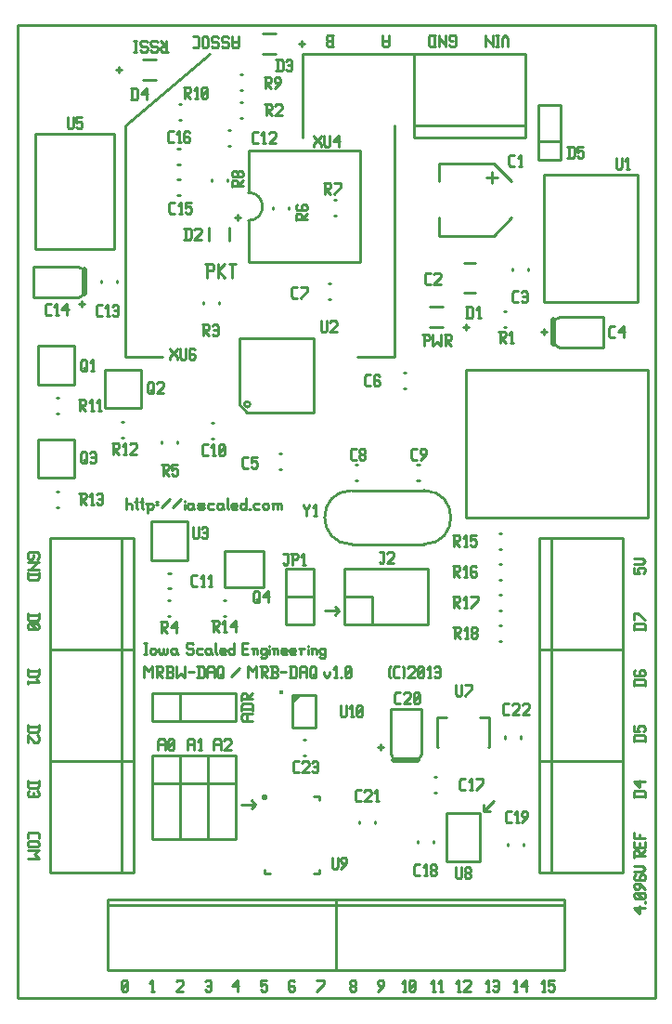
<source format=gbr>
G04 start of page 7 for group -4079 idx -4079 *
G04 Title: (unknown), topsilk *
G04 Creator: pcb 20110918 *
G04 CreationDate: Sat 02 Feb 2013 07:47:55 PM GMT UTC *
G04 For: petersen *
G04 Format: Gerber/RS-274X *
G04 PCB-Dimensions: 230000 350000 *
G04 PCB-Coordinate-Origin: lower left *
%MOIN*%
%FSLAX25Y25*%
%LNTOPSILK*%
%ADD116C,0.0200*%
%ADD115C,0.0100*%
%ADD114C,0.0001*%
G54D114*G36*
X94500Y111000D02*X96000D01*
Y109500D01*
X94500D01*
Y111000D01*
G37*
G54D115*X116000Y139500D02*X114500Y141000D01*
X116000Y139500D02*X111000D01*
X116000D02*X114500Y138000D01*
X229500Y349500D02*Y500D01*
X161500Y242405D02*Y240405D01*
X160500Y241405D02*X162500D01*
X189500Y240500D02*Y238500D01*
X188500Y239500D02*X190500D01*
X168064Y67696D02*Y69817D01*
X229500Y500D02*X500D01*
X86000Y70000D02*X84500Y71500D01*
X86000Y70000D02*X81000D01*
X86000D02*X84500Y68500D01*
X131000Y91500D02*Y89500D01*
X130000Y90500D02*X132000D01*
X168064Y67696D02*X170186D01*
X171600Y71232D02*X168064Y67696D01*
X101500Y343000D02*X103500D01*
X37000Y334500D02*Y332500D01*
X500Y349500D02*X229500D01*
X78500Y280500D02*X80500D01*
X102500Y344000D02*Y342000D01*
X36000Y333500D02*X38000D01*
X500Y500D02*Y349500D01*
X22500Y249500D02*X24500D01*
X79500Y281500D02*Y279500D01*
X23500Y250500D02*Y248500D01*
X39500Y180000D02*Y176000D01*
Y177500D02*X40000Y178000D01*
X41000D01*
X41500Y177500D01*
Y176000D01*
X43200Y180000D02*Y176500D01*
X43700Y176000D01*
X42700Y178500D02*X43700D01*
X45200Y180000D02*Y176500D01*
X45700Y176000D01*
X44700Y178500D02*X45700D01*
X47200Y177500D02*Y174500D01*
X46700Y178000D02*X47200Y177500D01*
X47700Y178000D01*
X48700D01*
X49200Y177500D01*
Y176500D01*
X48700Y176000D02*X49200Y176500D01*
X47700Y176000D02*X48700D01*
X47200Y176500D02*X47700Y176000D01*
X50400Y178500D02*X50900D01*
X50400Y177500D02*X50900D01*
X52100Y176500D02*X55100Y179500D01*
X56300Y176500D02*X59300Y179500D01*
X60500Y179000D02*Y178500D01*
Y177500D02*Y176000D01*
X63000Y178000D02*X63500Y177500D01*
X62000Y178000D02*X63000D01*
X61500Y177500D02*X62000Y178000D01*
X61500Y177500D02*Y176500D01*
X62000Y176000D01*
X63500Y178000D02*Y176500D01*
X64000Y176000D01*
X62000D02*X63000D01*
X63500Y176500D01*
X65700Y176000D02*X67200D01*
X67700Y176500D01*
X67200Y177000D02*X67700Y176500D01*
X65700Y177000D02*X67200D01*
X65200Y177500D02*X65700Y177000D01*
X65200Y177500D02*X65700Y178000D01*
X67200D01*
X67700Y177500D01*
X65200Y176500D02*X65700Y176000D01*
X69400Y178000D02*X70900D01*
X68900Y177500D02*X69400Y178000D01*
X68900Y177500D02*Y176500D01*
X69400Y176000D01*
X70900D01*
X73600Y178000D02*X74100Y177500D01*
X72600Y178000D02*X73600D01*
X72100Y177500D02*X72600Y178000D01*
X72100Y177500D02*Y176500D01*
X72600Y176000D01*
X74100Y178000D02*Y176500D01*
X74600Y176000D01*
X72600D02*X73600D01*
X74100Y176500D01*
X75800Y180000D02*Y176500D01*
X76300Y176000D01*
X77800D02*X79300D01*
X77300Y176500D02*X77800Y176000D01*
X77300Y177500D02*Y176500D01*
Y177500D02*X77800Y178000D01*
X78800D01*
X79300Y177500D01*
X77300Y177000D02*X79300D01*
Y177500D02*Y177000D01*
X82500Y180000D02*Y176000D01*
X82000D02*X82500Y176500D01*
X81000Y176000D02*X82000D01*
X80500Y176500D02*X81000Y176000D01*
X80500Y177500D02*Y176500D01*
Y177500D02*X81000Y178000D01*
X82000D01*
X82500Y177500D01*
X83700Y176000D02*X84200D01*
X85900Y178000D02*X87400D01*
X85400Y177500D02*X85900Y178000D01*
X85400Y177500D02*Y176500D01*
X85900Y176000D01*
X87400D01*
X88600Y177500D02*Y176500D01*
Y177500D02*X89100Y178000D01*
X90100D01*
X90600Y177500D01*
Y176500D01*
X90100Y176000D02*X90600Y176500D01*
X89100Y176000D02*X90100D01*
X88600Y176500D02*X89100Y176000D01*
X92300Y177500D02*Y176000D01*
Y177500D02*X92800Y178000D01*
X93300D01*
X93800Y177500D01*
Y176000D01*
Y177500D02*X94300Y178000D01*
X94800D01*
X95300Y177500D01*
Y176000D01*
X91800Y178000D02*X92300Y177500D01*
X221905Y155000D02*Y153000D01*
X223905D01*
X223405Y153500D01*
Y154500D02*Y153500D01*
Y154500D02*X223905Y155000D01*
X225405D01*
X225905Y154500D02*X225405Y155000D01*
X225905Y154500D02*Y153500D01*
X225405Y153000D02*X225905Y153500D01*
X221905Y156200D02*X224905D01*
X225905Y157200D01*
X224905Y158200D01*
X221905D02*X224905D01*
X68610Y263866D02*Y258986D01*
X68000Y263866D02*X70440D01*
X71050Y263256D01*
Y262036D01*
X70440Y261426D02*X71050Y262036D01*
X68610Y261426D02*X70440D01*
X72514Y263866D02*Y258986D01*
Y261426D02*X74954Y263866D01*
X72514Y261426D02*X74954Y258986D01*
X76418Y263866D02*X78858D01*
X77638D02*Y258986D01*
X146500Y238500D02*Y234500D01*
X146000Y238500D02*X148000D01*
X148500Y238000D01*
Y237000D01*
X148000Y236500D02*X148500Y237000D01*
X146500Y236500D02*X148000D01*
X149700Y238500D02*Y234500D01*
X151200Y236000D01*
X152700Y234500D01*
Y238500D02*Y234500D01*
X153900Y238500D02*X155900D01*
X156400Y238000D01*
Y237000D01*
X155900Y236500D02*X156400Y237000D01*
X154400Y236500D02*X155900D01*
X154400Y238500D02*Y234500D01*
Y236500D02*X156400Y234500D01*
X221905Y113000D02*X225905D01*
X221905Y114500D02*X222405Y115000D01*
X225405D01*
X225905Y114500D02*X225405Y115000D01*
X225905Y114500D02*Y112500D01*
X221905Y114500D02*Y112500D01*
Y117700D02*X222405Y118200D01*
X221905Y117700D02*Y116700D01*
X222405Y116200D02*X221905Y116700D01*
X222405Y116200D02*X225405D01*
X225905Y116700D01*
X223905Y117700D02*X224405Y118200D01*
X223905Y117700D02*Y116200D01*
X225905Y117700D02*Y116700D01*
Y117700D02*X225405Y118200D01*
X224405D02*X225405D01*
X221905Y93000D02*X225905D01*
X221905Y94500D02*X222405Y95000D01*
X225405D01*
X225905Y94500D02*X225405Y95000D01*
X225905Y94500D02*Y92500D01*
X221905Y94500D02*Y92500D01*
Y98200D02*Y96200D01*
X223905D01*
X223405Y96700D01*
Y97700D02*Y96700D01*
Y97700D02*X223905Y98200D01*
X225405D01*
X225905Y97700D02*X225405Y98200D01*
X225905Y97700D02*Y96700D01*
X225405Y96200D02*X225905Y96700D01*
X221905Y73000D02*X225905D01*
X221905Y74500D02*X222405Y75000D01*
X225405D01*
X225905Y74500D02*X225405Y75000D01*
X225905Y74500D02*Y72500D01*
X221905Y74500D02*Y72500D01*
X223905Y76200D02*X221905Y78200D01*
X223905Y78700D02*Y76200D01*
X221905Y78200D02*X225905D01*
X221905Y133000D02*X225905D01*
X221905Y134500D02*X222405Y135000D01*
X225405D01*
X225905Y134500D02*X225405Y135000D01*
X225905Y134500D02*Y132500D01*
X221905Y134500D02*Y132500D01*
X225905Y136200D02*X223405Y138700D01*
X221905D02*X223405D01*
X221905D02*Y136200D01*
X134000Y116000D02*X134500Y115500D01*
X134000Y119000D02*X134500Y119500D01*
X134000Y119000D02*Y116000D01*
X136200Y115500D02*X137700D01*
X135700Y116000D02*X136200Y115500D01*
X135700Y119000D02*Y116000D01*
Y119000D02*X136200Y119500D01*
X137700D01*
X138900D02*X139400Y119000D01*
Y116000D01*
X138900Y115500D02*X139400Y116000D01*
X140600Y119000D02*X141100Y119500D01*
X142600D01*
X143100Y119000D01*
Y118000D01*
X140600Y115500D02*X143100Y118000D01*
X140600Y115500D02*X143100D01*
X144300Y116000D02*X144800Y115500D01*
X144300Y119000D02*Y116000D01*
Y119000D02*X144800Y119500D01*
X145800D01*
X146300Y119000D01*
Y116000D01*
X145800Y115500D02*X146300Y116000D01*
X144800Y115500D02*X145800D01*
X144300Y116500D02*X146300Y118500D01*
X148000Y115500D02*X149000D01*
X148500Y119500D02*Y115500D01*
X147500Y118500D02*X148500Y119500D01*
X150200Y119000D02*X150700Y119500D01*
X151700D01*
X152200Y119000D01*
Y116000D01*
X151700Y115500D02*X152200Y116000D01*
X150700Y115500D02*X151700D01*
X150200Y116000D02*X150700Y115500D01*
Y117500D02*X152200D01*
X51000Y93000D02*Y89500D01*
Y93000D02*X51500Y93500D01*
X53000D01*
X53500Y93000D01*
Y89500D01*
X51000Y91500D02*X53500D01*
X54700Y90000D02*X55200Y89500D01*
X54700Y93000D02*Y90000D01*
Y93000D02*X55200Y93500D01*
X56200D01*
X56700Y93000D01*
Y90000D01*
X56200Y89500D02*X56700Y90000D01*
X55200Y89500D02*X56200D01*
X54700Y90500D02*X56700Y92500D01*
X61500Y93000D02*Y89500D01*
Y93000D02*X62000Y93500D01*
X63500D01*
X64000Y93000D01*
Y89500D01*
X61500Y91500D02*X64000D01*
X65700Y89500D02*X66700D01*
X66200Y93500D02*Y89500D01*
X65200Y92500D02*X66200Y93500D01*
X71000Y93000D02*Y89500D01*
Y93000D02*X71500Y93500D01*
X73000D01*
X73500Y93000D01*
Y89500D01*
X71000Y91500D02*X73500D01*
X74700Y93000D02*X75200Y93500D01*
X76700D01*
X77200Y93000D01*
Y92000D01*
X74700Y89500D02*X77200Y92000D01*
X74700Y89500D02*X77200D01*
X81500Y100000D02*X85000D01*
X81500D02*X81000Y100500D01*
Y102000D02*Y100500D01*
Y102000D02*X81500Y102500D01*
X85000D01*
X83000D02*Y100000D01*
X81000Y104200D02*X85000D01*
X81000Y105700D02*X81500Y106200D01*
X84500D01*
X85000Y105700D02*X84500Y106200D01*
X85000Y105700D02*Y103700D01*
X81000Y105700D02*Y103700D01*
Y109400D02*Y107400D01*
Y109400D02*X81500Y109900D01*
X82500D01*
X83000Y109400D02*X82500Y109900D01*
X83000Y109400D02*Y107900D01*
X81000D02*X85000D01*
X83000D02*X85000Y109900D01*
X80000Y345500D02*Y342000D01*
X79500Y341500D01*
X78000D02*X79500D01*
X78000D02*X77500Y342000D01*
Y345500D02*Y342000D01*
Y343500D02*X80000D01*
X74300Y341500D02*X73800Y342000D01*
X74300Y341500D02*X75800D01*
X76300Y342000D02*X75800Y341500D01*
X76300Y343000D02*Y342000D01*
Y343000D02*X75800Y343500D01*
X74300D02*X75800D01*
X74300D02*X73800Y344000D01*
Y345000D02*Y344000D01*
X74300Y345500D02*X73800Y345000D01*
X74300Y345500D02*X75800D01*
X76300Y345000D02*X75800Y345500D01*
X70600Y341500D02*X70100Y342000D01*
X70600Y341500D02*X72100D01*
X72600Y342000D02*X72100Y341500D01*
X72600Y343000D02*Y342000D01*
Y343000D02*X72100Y343500D01*
X70600D02*X72100D01*
X70600D02*X70100Y344000D01*
Y345000D02*Y344000D01*
X70600Y345500D02*X70100Y345000D01*
X70600Y345500D02*X72100D01*
X72600Y345000D02*X72100Y345500D01*
X68900Y345000D02*Y342000D01*
X68400Y341500D01*
X67400D02*X68400D01*
X67400D02*X66900Y342000D01*
Y345000D02*Y342000D01*
X67400Y345500D02*X66900Y345000D01*
X67400Y345500D02*X68400D01*
X68900Y345000D02*X68400Y345500D01*
X63700D02*X65200D01*
X65700Y345000D02*X65200Y345500D01*
X65700Y345000D02*Y342000D01*
X65200Y341500D01*
X63700D02*X65200D01*
X134000Y346000D02*Y342500D01*
X133500Y342000D01*
X132000D02*X133500D01*
X132000D02*X131500Y342500D01*
Y346000D02*Y342500D01*
Y344000D02*X134000D01*
X112000Y346000D02*X114000D01*
X112000D02*X111500Y345500D01*
Y344500D01*
X112000Y344000D02*X111500Y344500D01*
X112000Y344000D02*X113500D01*
Y346000D02*Y342000D01*
X112000D02*X114000D01*
X112000D02*X111500Y342500D01*
Y343500D02*Y342500D01*
X112000Y344000D02*X111500Y343500D01*
X176500Y345000D02*Y342000D01*
Y345000D02*X175500Y346000D01*
X174500Y345000D01*
Y342000D01*
X172300D02*X173300D01*
X172800Y346000D02*Y342000D01*
X172300Y346000D02*X173300D01*
X171100D02*Y342000D01*
Y342500D02*Y342000D01*
Y342500D02*X168600Y345000D01*
Y346000D02*Y342000D01*
X156000D02*X155500Y342500D01*
X156000Y342000D02*X157500D01*
X158000Y342500D02*X157500Y342000D01*
X158000Y345500D02*Y342500D01*
Y345500D02*X157500Y346000D01*
X156000D02*X157500D01*
X156000D02*X155500Y345500D01*
Y344500D01*
X156000Y344000D02*X155500Y344500D01*
X156000Y344000D02*X157000D01*
X154300Y346000D02*Y342000D01*
Y342500D02*Y342000D01*
Y342500D02*X151800Y345000D01*
Y346000D02*Y342000D01*
X150100Y346000D02*Y342000D01*
X148600D02*X148100Y342500D01*
Y345500D02*Y342500D01*
X148600Y346000D02*X148100Y345500D01*
X148600Y346000D02*X150600D01*
X148600Y342000D02*X150600D01*
X52500Y340000D02*X54500D01*
X52500D02*X52000Y340500D01*
Y341500D02*Y340500D01*
X52500Y342000D02*X52000Y341500D01*
X52500Y342000D02*X54000D01*
Y344000D02*Y340000D01*
Y342000D02*X52000Y344000D01*
X48800Y340000D02*X48300Y340500D01*
X48800Y340000D02*X50300D01*
X50800Y340500D02*X50300Y340000D01*
X50800Y341500D02*Y340500D01*
Y341500D02*X50300Y342000D01*
X48800D02*X50300D01*
X48800D02*X48300Y342500D01*
Y343500D02*Y342500D01*
X48800Y344000D02*X48300Y343500D01*
X48800Y344000D02*X50300D01*
X50800Y343500D02*X50300Y344000D01*
X45100Y340000D02*X44600Y340500D01*
X45100Y340000D02*X46600D01*
X47100Y340500D02*X46600Y340000D01*
X47100Y341500D02*Y340500D01*
Y341500D02*X46600Y342000D01*
X45100D02*X46600D01*
X45100D02*X44600Y342500D01*
Y343500D02*Y342500D01*
X45100Y344000D02*X44600Y343500D01*
X45100Y344000D02*X46600D01*
X47100Y343500D02*X46600Y344000D01*
X42400Y340000D02*X43400D01*
X42900Y344000D02*Y340000D01*
X42400Y344000D02*X43400D01*
X46000Y128000D02*X47000D01*
X46500D02*Y124000D01*
X46000D02*X47000D01*
X48200Y125500D02*Y124500D01*
Y125500D02*X48700Y126000D01*
X49700D01*
X50200Y125500D01*
Y124500D01*
X49700Y124000D02*X50200Y124500D01*
X48700Y124000D02*X49700D01*
X48200Y124500D02*X48700Y124000D01*
X51400Y126000D02*Y124500D01*
X51900Y124000D01*
X52400D01*
X52900Y124500D01*
Y126000D02*Y124500D01*
X53400Y124000D01*
X53900D01*
X54400Y124500D01*
Y126000D02*Y124500D01*
X57100Y126000D02*X57600Y125500D01*
X56100Y126000D02*X57100D01*
X55600Y125500D02*X56100Y126000D01*
X55600Y125500D02*Y124500D01*
X56100Y124000D01*
X57600Y126000D02*Y124500D01*
X58100Y124000D01*
X56100D02*X57100D01*
X57600Y124500D01*
X63100Y128000D02*X63600Y127500D01*
X61600Y128000D02*X63100D01*
X61100Y127500D02*X61600Y128000D01*
X61100Y127500D02*Y126500D01*
X61600Y126000D01*
X63100D01*
X63600Y125500D01*
Y124500D01*
X63100Y124000D02*X63600Y124500D01*
X61600Y124000D02*X63100D01*
X61100Y124500D02*X61600Y124000D01*
X65300Y126000D02*X66800D01*
X64800Y125500D02*X65300Y126000D01*
X64800Y125500D02*Y124500D01*
X65300Y124000D01*
X66800D01*
X69500Y126000D02*X70000Y125500D01*
X68500Y126000D02*X69500D01*
X68000Y125500D02*X68500Y126000D01*
X68000Y125500D02*Y124500D01*
X68500Y124000D01*
X70000Y126000D02*Y124500D01*
X70500Y124000D01*
X68500D02*X69500D01*
X70000Y124500D01*
X71700Y128000D02*Y124500D01*
X72200Y124000D01*
X73700D02*X75200D01*
X73200Y124500D02*X73700Y124000D01*
X73200Y125500D02*Y124500D01*
Y125500D02*X73700Y126000D01*
X74700D01*
X75200Y125500D01*
X73200Y125000D02*X75200D01*
Y125500D02*Y125000D01*
X78400Y128000D02*Y124000D01*
X77900D02*X78400Y124500D01*
X76900Y124000D02*X77900D01*
X76400Y124500D02*X76900Y124000D01*
X76400Y125500D02*Y124500D01*
Y125500D02*X76900Y126000D01*
X77900D01*
X78400Y125500D01*
X81400Y126000D02*X82900D01*
X81400Y124000D02*X83400D01*
X81400Y128000D02*Y124000D01*
Y128000D02*X83400D01*
X85100Y125500D02*Y124000D01*
Y125500D02*X85600Y126000D01*
X86100D01*
X86600Y125500D01*
Y124000D01*
X84600Y126000D02*X85100Y125500D01*
X89300Y126000D02*X89800Y125500D01*
X88300Y126000D02*X89300D01*
X87800Y125500D02*X88300Y126000D01*
X87800Y125500D02*Y124500D01*
X88300Y124000D01*
X89300D01*
X89800Y124500D01*
X87800Y123000D02*X88300Y122500D01*
X89300D01*
X89800Y123000D01*
Y126000D02*Y123000D01*
X91000Y127000D02*Y126500D01*
Y125500D02*Y124000D01*
X92500Y125500D02*Y124000D01*
Y125500D02*X93000Y126000D01*
X93500D01*
X94000Y125500D01*
Y124000D01*
X92000Y126000D02*X92500Y125500D01*
X95700Y124000D02*X97200D01*
X95200Y124500D02*X95700Y124000D01*
X95200Y125500D02*Y124500D01*
Y125500D02*X95700Y126000D01*
X96700D01*
X97200Y125500D01*
X95200Y125000D02*X97200D01*
Y125500D02*Y125000D01*
X98900Y124000D02*X100400D01*
X98400Y124500D02*X98900Y124000D01*
X98400Y125500D02*Y124500D01*
Y125500D02*X98900Y126000D01*
X99900D01*
X100400Y125500D01*
X98400Y125000D02*X100400D01*
Y125500D02*Y125000D01*
X102100Y125500D02*Y124000D01*
Y125500D02*X102600Y126000D01*
X103600D01*
X101600D02*X102100Y125500D01*
X104800Y127000D02*Y126500D01*
Y125500D02*Y124000D01*
X106300Y125500D02*Y124000D01*
Y125500D02*X106800Y126000D01*
X107300D01*
X107800Y125500D01*
Y124000D01*
X105800Y126000D02*X106300Y125500D01*
X110500Y126000D02*X111000Y125500D01*
X109500Y126000D02*X110500D01*
X109000Y125500D02*X109500Y126000D01*
X109000Y125500D02*Y124500D01*
X109500Y124000D01*
X110500D01*
X111000Y124500D01*
X109000Y123000D02*X109500Y122500D01*
X110500D01*
X111000Y123000D01*
Y126000D02*Y123000D01*
X46000Y119500D02*Y115500D01*
Y119500D02*X47500Y118000D01*
X49000Y119500D01*
Y115500D01*
X50200Y119500D02*X52200D01*
X52700Y119000D01*
Y118000D01*
X52200Y117500D02*X52700Y118000D01*
X50700Y117500D02*X52200D01*
X50700Y119500D02*Y115500D01*
Y117500D02*X52700Y115500D01*
X53900D02*X55900D01*
X56400Y116000D01*
Y117000D02*Y116000D01*
X55900Y117500D02*X56400Y117000D01*
X54400Y117500D02*X55900D01*
X54400Y119500D02*Y115500D01*
X53900Y119500D02*X55900D01*
X56400Y119000D01*
Y118000D01*
X55900Y117500D02*X56400Y118000D01*
X57600Y119500D02*Y115500D01*
X59100Y117000D01*
X60600Y115500D01*
Y119500D02*Y115500D01*
X61800Y117500D02*X63800D01*
X65500Y119500D02*Y115500D01*
X67000Y119500D02*X67500Y119000D01*
Y116000D01*
X67000Y115500D02*X67500Y116000D01*
X65000Y115500D02*X67000D01*
X65000Y119500D02*X67000D01*
X68700Y119000D02*Y115500D01*
Y119000D02*X69200Y119500D01*
X70700D01*
X71200Y119000D01*
Y115500D01*
X68700Y117500D02*X71200D01*
X72400Y119000D02*Y116000D01*
Y119000D02*X72900Y119500D01*
X73900D01*
X74400Y119000D01*
Y116000D01*
X73900Y115500D02*X74400Y116000D01*
X72900Y115500D02*X73900D01*
X72400Y116000D02*X72900Y115500D01*
X73400Y116500D02*X74400Y115500D01*
X77400Y116000D02*X80400Y119000D01*
X83400Y119500D02*Y115500D01*
Y119500D02*X84900Y118000D01*
X86400Y119500D01*
Y115500D01*
X87600Y119500D02*X89600D01*
X90100Y119000D01*
Y118000D01*
X89600Y117500D02*X90100Y118000D01*
X88100Y117500D02*X89600D01*
X88100Y119500D02*Y115500D01*
Y117500D02*X90100Y115500D01*
X91300D02*X93300D01*
X93800Y116000D01*
Y117000D02*Y116000D01*
X93300Y117500D02*X93800Y117000D01*
X91800Y117500D02*X93300D01*
X91800Y119500D02*Y115500D01*
X91300Y119500D02*X93300D01*
X93800Y119000D01*
Y118000D01*
X93300Y117500D02*X93800Y118000D01*
X95000Y117500D02*X97000D01*
X98700Y119500D02*Y115500D01*
X100200Y119500D02*X100700Y119000D01*
Y116000D01*
X100200Y115500D02*X100700Y116000D01*
X98200Y115500D02*X100200D01*
X98200Y119500D02*X100200D01*
X101900Y119000D02*Y115500D01*
Y119000D02*X102400Y119500D01*
X103900D01*
X104400Y119000D01*
Y115500D01*
X101900Y117500D02*X104400D01*
X105600Y119000D02*Y116000D01*
Y119000D02*X106100Y119500D01*
X107100D01*
X107600Y119000D01*
Y116000D01*
X107100Y115500D02*X107600Y116000D01*
X106100Y115500D02*X107100D01*
X105600Y116000D02*X106100Y115500D01*
X106600Y116500D02*X107600Y115500D01*
X110600Y117500D02*Y116500D01*
X111600Y115500D01*
X112600Y116500D01*
Y117500D02*Y116500D01*
X114300Y115500D02*X115300D01*
X114800Y119500D02*Y115500D01*
X113800Y118500D02*X114800Y119500D01*
X116500Y115500D02*X117000D01*
X118200Y116000D02*X118700Y115500D01*
X118200Y119000D02*Y116000D01*
Y119000D02*X118700Y119500D01*
X119700D01*
X120200Y119000D01*
Y116000D01*
X119700Y115500D02*X120200Y116000D01*
X118700Y115500D02*X119700D01*
X118200Y116500D02*X120200Y118500D01*
X8095Y158500D02*X7595Y158000D01*
X8095Y160000D02*Y158500D01*
X7595Y160500D02*X8095Y160000D01*
X4595Y160500D02*X7595D01*
X4595D02*X4095Y160000D01*
Y158500D01*
X4595Y158000D01*
X5595D01*
X6095Y158500D02*X5595Y158000D01*
X6095Y159500D02*Y158500D01*
X4095Y156800D02*X8095D01*
X7595D02*X8095D01*
X7595D02*X5095Y154300D01*
X4095D02*X8095D01*
X4095Y152600D02*X8095D01*
Y151100D02*X7595Y150600D01*
X4595D02*X7595D01*
X4095Y151100D02*X4595Y150600D01*
X4095Y153100D02*Y151100D01*
X8095Y153100D02*Y151100D01*
X4095Y138000D02*X8095D01*
Y136500D02*X7595Y136000D01*
X4595D02*X7595D01*
X4095Y136500D02*X4595Y136000D01*
X4095Y138500D02*Y136500D01*
X8095Y138500D02*Y136500D01*
X4595Y134800D02*X4095Y134300D01*
X4595Y134800D02*X7595D01*
X8095Y134300D01*
Y133300D01*
X7595Y132800D01*
X4595D02*X7595D01*
X4095Y133300D02*X4595Y132800D01*
X4095Y134300D02*Y133300D01*
X5095Y134800D02*X7095Y132800D01*
X4095Y78000D02*X8095D01*
Y76500D02*X7595Y76000D01*
X4595D02*X7595D01*
X4095Y76500D02*X4595Y76000D01*
X4095Y78500D02*Y76500D01*
X8095Y78500D02*Y76500D01*
X7595Y74800D02*X8095Y74300D01*
Y73300D01*
X7595Y72800D01*
X4595D02*X7595D01*
X4095Y73300D02*X4595Y72800D01*
X4095Y74300D02*Y73300D01*
X4595Y74800D02*X4095Y74300D01*
X6095D02*Y72800D01*
X4095Y98000D02*X8095D01*
Y96500D02*X7595Y96000D01*
X4595D02*X7595D01*
X4095Y96500D02*X4595Y96000D01*
X4095Y98500D02*Y96500D01*
X8095Y98500D02*Y96500D01*
X7595Y94800D02*X8095Y94300D01*
Y92800D01*
X7595Y92300D01*
X6595D02*X7595D01*
X4095Y94800D02*X6595Y92300D01*
X4095Y94800D02*Y92300D01*
Y118000D02*X8095D01*
Y116500D02*X7595Y116000D01*
X4595D02*X7595D01*
X4095Y116500D02*X4595Y116000D01*
X4095Y118500D02*Y116500D01*
X8095Y118500D02*Y116500D01*
X4095Y114300D02*Y113300D01*
Y113800D02*X8095D01*
X7095Y114800D02*X8095Y113800D01*
X4095Y59500D02*Y58000D01*
X4595Y60000D02*X4095Y59500D01*
X4595Y60000D02*X7595D01*
X8095Y59500D01*
Y58000D01*
X4595Y56800D02*X7595D01*
X8095Y56300D01*
Y55300D01*
X7595Y54800D01*
X4595D02*X7595D01*
X4095Y55300D02*X4595Y54800D01*
X4095Y56300D02*Y55300D01*
X4595Y56800D02*X4095Y56300D01*
Y53600D02*X8095D01*
X6595Y52100D01*
X8095Y50600D01*
X4095D02*X8095D01*
X38000Y3500D02*X38500Y3000D01*
X38000Y6500D02*Y3500D01*
Y6500D02*X38500Y7000D01*
X39500D01*
X40000Y6500D01*
Y3500D01*
X39500Y3000D02*X40000Y3500D01*
X38500Y3000D02*X39500D01*
X38000Y4000D02*X40000Y6000D01*
X48500Y3000D02*X49500D01*
X49000Y7000D02*Y3000D01*
X48000Y6000D02*X49000Y7000D01*
X57500Y6500D02*X58000Y7000D01*
X59500D01*
X60000Y6500D01*
Y5500D01*
X57500Y3000D02*X60000Y5500D01*
X57500Y3000D02*X60000D01*
X68000Y6500D02*X68500Y7000D01*
X69500D01*
X70000Y6500D01*
Y3500D01*
X69500Y3000D02*X70000Y3500D01*
X68500Y3000D02*X69500D01*
X68000Y3500D02*X68500Y3000D01*
Y5000D02*X70000D01*
X77500D02*X79500Y7000D01*
X77500Y5000D02*X80000D01*
X79500Y7000D02*Y3000D01*
X88000Y7000D02*X90000D01*
X88000D02*Y5000D01*
X88500Y5500D01*
X89500D01*
X90000Y5000D01*
Y3500D01*
X89500Y3000D02*X90000Y3500D01*
X88500Y3000D02*X89500D01*
X88000Y3500D02*X88500Y3000D01*
X99500Y7000D02*X100000Y6500D01*
X98500Y7000D02*X99500D01*
X98000Y6500D02*X98500Y7000D01*
X98000Y6500D02*Y3500D01*
X98500Y3000D01*
X99500Y5000D02*X100000Y4500D01*
X98000Y5000D02*X99500D01*
X98500Y3000D02*X99500D01*
X100000Y3500D01*
Y4500D02*Y3500D01*
X108000Y3000D02*X110500Y5500D01*
Y7000D02*Y5500D01*
X108000Y7000D02*X110500D01*
X120000Y3500D02*X120500Y3000D01*
X120000Y4500D02*Y3500D01*
Y4500D02*X120500Y5000D01*
X121500D01*
X122000Y4500D01*
Y3500D01*
X121500Y3000D02*X122000Y3500D01*
X120500Y3000D02*X121500D01*
X120000Y5500D02*X120500Y5000D01*
X120000Y6500D02*Y5500D01*
Y6500D02*X120500Y7000D01*
X121500D01*
X122000Y6500D01*
Y5500D01*
X121500Y5000D02*X122000Y5500D01*
X130000Y3000D02*X132000Y5000D01*
Y6500D02*Y5000D01*
X131500Y7000D02*X132000Y6500D01*
X130500Y7000D02*X131500D01*
X130000Y6500D02*X130500Y7000D01*
X130000Y6500D02*Y5500D01*
X130500Y5000D01*
X132000D01*
X139000Y3000D02*X140000D01*
X139500Y7000D02*Y3000D01*
X138500Y6000D02*X139500Y7000D01*
X141200Y3500D02*X141700Y3000D01*
X141200Y6500D02*Y3500D01*
Y6500D02*X141700Y7000D01*
X142700D01*
X143200Y6500D01*
Y3500D01*
X142700Y3000D02*X143200Y3500D01*
X141700Y3000D02*X142700D01*
X141200Y4000D02*X143200Y6000D01*
X149500Y3000D02*X150500D01*
X150000Y7000D02*Y3000D01*
X149000Y6000D02*X150000Y7000D01*
X152200Y3000D02*X153200D01*
X152700Y7000D02*Y3000D01*
X151700Y6000D02*X152700Y7000D01*
X158500Y3000D02*X159500D01*
X159000Y7000D02*Y3000D01*
X158000Y6000D02*X159000Y7000D01*
X160700Y6500D02*X161200Y7000D01*
X162700D01*
X163200Y6500D01*
Y5500D01*
X160700Y3000D02*X163200Y5500D01*
X160700Y3000D02*X163200D01*
X169000D02*X170000D01*
X169500Y7000D02*Y3000D01*
X168500Y6000D02*X169500Y7000D01*
X171200Y6500D02*X171700Y7000D01*
X172700D01*
X173200Y6500D01*
Y3500D01*
X172700Y3000D02*X173200Y3500D01*
X171700Y3000D02*X172700D01*
X171200Y3500D02*X171700Y3000D01*
Y5000D02*X173200D01*
X179000Y3000D02*X180000D01*
X179500Y7000D02*Y3000D01*
X178500Y6000D02*X179500Y7000D01*
X181200Y5000D02*X183200Y7000D01*
X181200Y5000D02*X183700D01*
X183200Y7000D02*Y3000D01*
X189000D02*X190000D01*
X189500Y7000D02*Y3000D01*
X188500Y6000D02*X189500Y7000D01*
X191200D02*X193200D01*
X191200D02*Y5000D01*
X191700Y5500D01*
X192700D01*
X193200Y5000D01*
Y3500D01*
X192700Y3000D02*X193200Y3500D01*
X191700Y3000D02*X192700D01*
X191200Y3500D02*X191700Y3000D01*
X224000Y31000D02*X222000Y33000D01*
X224000Y33500D02*Y31000D01*
X222000Y33000D02*X226000D01*
Y35200D02*Y34700D01*
X225500Y36400D02*X226000Y36900D01*
X222500Y36400D02*X225500D01*
X222500D02*X222000Y36900D01*
Y37900D02*Y36900D01*
Y37900D02*X222500Y38400D01*
X225500D01*
X226000Y37900D02*X225500Y38400D01*
X226000Y37900D02*Y36900D01*
X225000Y36400D02*X223000Y38400D01*
X226000Y39600D02*X224000Y41600D01*
X222500D02*X224000D01*
X222000Y41100D02*X222500Y41600D01*
X222000Y41100D02*Y40100D01*
X222500Y39600D02*X222000Y40100D01*
X222500Y39600D02*X223500D01*
X224000Y40100D01*
Y41600D02*Y40100D01*
X222000Y44300D02*X222500Y44800D01*
X222000Y44300D02*Y43300D01*
X222500Y42800D02*X222000Y43300D01*
X222500Y42800D02*X225500D01*
X226000Y43300D01*
X224000Y44300D02*X224500Y44800D01*
X224000Y44300D02*Y42800D01*
X226000Y44300D02*Y43300D01*
Y44300D02*X225500Y44800D01*
X224500D02*X225500D01*
X222000Y46000D02*X225000D01*
X226000Y47000D01*
X225000Y48000D01*
X222000D02*X225000D01*
X221905Y53000D02*Y51000D01*
Y53000D02*X222405Y53500D01*
X223405D01*
X223905Y53000D02*X223405Y53500D01*
X223905Y53000D02*Y51500D01*
X221905D02*X225905D01*
X223905D02*X225905Y53500D01*
X223905Y56200D02*Y54700D01*
X225905Y56700D02*Y54700D01*
X221905D02*X225905D01*
X221905Y56700D02*Y54700D01*
Y57900D02*X225905D01*
X221905Y59900D02*Y57900D01*
X223905Y59400D02*Y57900D01*
X217800Y85500D02*Y45500D01*
X187800Y85500D02*Y45500D01*
X192200Y85500D02*Y45500D01*
X187800D02*X217800D01*
X187800Y85500D02*X217800D01*
Y125500D02*Y85500D01*
X187800Y125500D02*Y85500D01*
X192200Y125500D02*Y85500D01*
X187800D02*X217800D01*
X187800Y125500D02*X217800D01*
Y165500D02*Y125500D01*
X187800Y165500D02*Y125500D01*
X192200Y165500D02*Y125500D01*
X187800D02*X217800D01*
X187800Y165500D02*X217800D01*
X173607Y167255D02*X174393D01*
X173607Y161745D02*X174393D01*
X173564Y134255D02*X174350D01*
X173564Y128745D02*X174350D01*
X173607Y156255D02*X174393D01*
X173607Y150745D02*X174393D01*
X173607Y145255D02*X174393D01*
X173607Y139745D02*X174393D01*
X12200Y85500D02*Y45500D01*
X42200Y85500D02*Y45500D01*
X37800Y85500D02*Y45500D01*
X12200Y85500D02*X42200D01*
X12200Y45500D02*X42200D01*
X12200Y125500D02*Y85500D01*
X42200Y125500D02*Y85500D01*
X37800Y125500D02*Y85500D01*
X12200Y125500D02*X42200D01*
X12200Y85500D02*X42200D01*
X12200Y165500D02*Y125500D01*
X42200Y165500D02*Y125500D01*
X37800Y165500D02*Y125500D01*
X12200Y165500D02*X42200D01*
X12200Y125500D02*X42200D01*
X33000Y36000D02*Y10500D01*
X115000Y36000D02*Y10500D01*
X33000Y36000D02*X115000D01*
X33000Y34000D02*X115000D01*
X33000Y10500D02*X115000D01*
X89157Y45220D02*X91157D01*
X89157Y46420D02*Y45220D01*
X106843D02*X108843D01*
Y46420D02*Y45220D01*
X106843Y72780D02*X108843D01*
Y71580D01*
X89673Y73264D02*Y72264D01*
X88673D02*X89673D01*
X88673Y73264D02*Y72264D01*
Y73264D02*X89673D01*
X103107Y87745D02*X103893D01*
X103107Y93255D02*X103893D01*
X99292Y97595D02*Y109405D01*
X107708D01*
Y97595D01*
X99292D01*
Y108905D02*X99792Y109405D01*
X99292Y107905D02*X100792Y109405D01*
X99292Y106905D02*X101792Y109405D01*
X49000Y87500D02*Y57500D01*
X59000D01*
Y87500D01*
X49000D01*
Y77500D02*X59000D01*
Y87500D01*
Y57500D01*
X69000D01*
Y87500D01*
X59000D01*
Y77500D02*X69000D01*
Y87500D01*
Y57500D01*
X79000D01*
Y87500D01*
X69000D01*
Y77500D02*X79000D01*
Y87500D01*
X49000Y100000D02*X79000D01*
Y110000D02*Y100000D01*
X49000Y110000D02*X79000D01*
X49000D02*Y100000D01*
X59000Y110000D02*Y100000D01*
X49000Y110000D02*X59000D01*
X118000Y134500D02*X148000D01*
Y154500D02*Y134500D01*
X118000Y154500D02*X148000D01*
X118000D02*Y134500D01*
X128000Y144500D02*Y134500D01*
X118000Y144500D02*X128000D01*
X121958Y191755D02*X122744D01*
X121958Y186245D02*X122744D01*
X144001D02*X144787D01*
X144001Y191755D02*X144787D01*
X115000Y36000D02*Y10500D01*
X197000Y36000D02*Y10500D01*
X115000Y36000D02*X197000D01*
X115000Y34000D02*X197000D01*
X115000Y10500D02*X197000D01*
X175745Y94436D02*Y93650D01*
X181255Y94436D02*Y93650D01*
X176745Y55893D02*Y55107D01*
X182255Y55893D02*Y55107D01*
X151250Y101145D02*Y90515D01*
X169750Y101145D02*Y90515D01*
X151250Y101145D02*X154500D01*
X169750D02*X166500D01*
X151250Y90515D02*X151429D01*
X169571D02*X169750D01*
G54D116*X135700Y85900D02*X144300D01*
G54D115*X145500Y88300D01*
Y104100D02*Y88300D01*
X134500Y104100D02*X145500D01*
X134500D02*Y88300D01*
X135700Y85900D01*
X150107Y79755D02*X150893D01*
X150107Y74245D02*X150893D01*
X123245Y63893D02*Y63107D01*
X128755Y63893D02*Y63107D01*
X154500Y66758D02*Y49558D01*
Y66758D02*X166500D01*
Y49558D01*
X154500D02*X166500D01*
X144245Y56893D02*Y56107D01*
X149755Y56893D02*Y56107D01*
X107000Y144500D02*Y154500D01*
X97000Y144500D02*X107000D01*
Y154500D02*X97000D01*
X107000Y134500D02*Y154500D01*
X97000Y134500D02*X107000D01*
X97000Y154500D02*Y134500D01*
X75000Y148000D02*X88900D01*
Y160800D02*Y148000D01*
X75000Y160800D02*X88900D01*
X75000D02*Y148000D01*
X54607Y143255D02*X55393D01*
X54607Y137745D02*X55393D01*
X54707Y152955D02*X55493D01*
X54707Y147445D02*X55493D01*
X74607Y137745D02*X75393D01*
X74607Y143255D02*X75393D01*
X48700Y171500D02*Y157600D01*
X61500D01*
Y171500D01*
X48700D01*
X120508Y163354D02*X146492D01*
X120508Y182646D02*X146492D01*
X120508D02*G75*G03X120508Y163354I0J-9646D01*G01*
X146492D02*G75*G03X146492Y182646I0J9646D01*G01*
X14607Y176745D02*X15393D01*
X14607Y182255D02*X15393D01*
X8000Y201000D02*Y187100D01*
X20800D01*
Y201000D01*
X8000D01*
X80121Y237379D02*Y213521D01*
Y237379D02*X106879D01*
Y210621D01*
X83021D02*X106879D01*
X83021D02*X80121Y213521D01*
X83021Y212521D02*G75*G03X83021Y212521I0J1000D01*G01*
X94607Y190245D02*X95393D01*
X94607Y195755D02*X95393D01*
X57755Y200393D02*Y199607D01*
X52245Y200393D02*Y199607D01*
X70107Y206755D02*X70893D01*
X70107Y201245D02*X70893D01*
X37907Y201745D02*X38693D01*
X37907Y207255D02*X38693D01*
X32000Y226000D02*Y212100D01*
X44800D01*
Y226000D01*
X32000D01*
X139107Y219245D02*X139893D01*
X139107Y224755D02*X139893D01*
X14607Y215755D02*X15393D01*
X14607Y210245D02*X15393D01*
X8000Y234500D02*Y220600D01*
X20800D01*
Y234500D01*
X8000D01*
G54D116*X24600Y261800D02*Y253200D01*
G54D115*Y261800D02*X22200Y263000D01*
X6400D02*X22200D01*
X6400D02*Y252000D01*
X22200D01*
X24600Y253200D01*
X36255Y257893D02*Y257107D01*
X30745Y257893D02*Y257107D01*
X6800Y310500D02*Y269100D01*
X35300D01*
Y310500D01*
X6800D01*
X58607Y321255D02*X59393D01*
X58607Y315745D02*X59393D01*
X39386Y313457D02*Y230465D01*
X136000Y313457D02*Y230465D01*
X39386D02*X52693D01*
X122693D02*X136000D01*
X39386Y313457D02*X69583Y339166D01*
X83500Y264500D02*X123500D01*
Y304500D02*Y264500D01*
X83500Y304500D02*X123500D01*
X83500Y279500D02*Y264500D01*
Y304500D02*Y289500D01*
Y279500D02*G75*G03X83500Y289500I0J5000D01*G01*
X92245Y284350D02*Y283564D01*
X97755Y284350D02*Y283564D01*
X76740Y276862D02*Y272138D01*
X69260Y276862D02*Y272138D01*
X58064Y299745D02*X58850D01*
X58064Y305255D02*X58850D01*
X80607Y331755D02*X81393D01*
X80607Y326245D02*X81393D01*
X80607Y316245D02*X81393D01*
X80607Y321755D02*X81393D01*
X45638Y337240D02*X50362D01*
X45638Y329760D02*X50362D01*
X76107Y306245D02*X76893D01*
X76107Y311755D02*X76893D01*
X67288Y250393D02*Y249607D01*
X72798Y250393D02*Y249607D01*
X88638Y339260D02*X93362D01*
X88638Y346740D02*X93362D01*
X70245Y294393D02*Y293607D01*
X75755Y294393D02*Y293607D01*
X58064Y288745D02*X58850D01*
X58064Y294255D02*X58850D01*
X112107Y256755D02*X112893D01*
X112107Y251245D02*X112893D01*
X161032Y253686D02*X164968D01*
X161032Y264314D02*X164968D01*
X178245Y262393D02*Y261607D01*
X183755Y262393D02*Y261607D01*
X148638Y248740D02*X153362D01*
X148638Y241260D02*X153362D01*
X103000Y339300D02*Y309300D01*
X143000Y339300D02*Y309300D01*
X103000Y339300D02*X143000D01*
X114107Y286755D02*X114893D01*
X114107Y281245D02*X114893D01*
X143000Y339300D02*X183000D01*
X143000Y309300D02*X183000D01*
X143000Y313700D02*X183000D01*
Y339300D02*Y309300D01*
X143000Y339300D02*Y309300D01*
X152008Y299992D02*Y293496D01*
Y280504D02*Y274008D01*
X171496D01*
X152008Y299992D02*X171496D01*
Y274008D02*X177992Y280504D01*
X171496Y299992D02*X177992Y293496D01*
X171000Y297000D02*Y293000D01*
X169000Y295000D02*X173000D01*
X175107Y246755D02*X175893D01*
X175107Y241245D02*X175893D01*
X161500Y226000D02*X227000D01*
X161500Y173000D02*X227000D01*
X161500Y226000D02*Y173000D01*
X227000Y226000D02*Y173000D01*
G54D116*X192805Y243800D02*Y235200D01*
G54D115*X195205Y234000D01*
X211005D01*
Y245000D01*
X195205D01*
X192805Y243800D01*
X189626Y295835D02*Y250165D01*
X223090Y295835D02*Y250165D01*
X189626Y295835D02*X223090D01*
X189626Y250165D02*X223090D01*
X195500Y320900D02*Y301200D01*
X187500Y320900D02*Y301200D01*
X195500D01*
X187500Y320900D02*X195500D01*
X187500Y308000D02*X195500D01*
X213500Y237505D02*X215000D01*
X213000Y238005D02*X213500Y237505D01*
X213000Y241005D02*Y238005D01*
Y241005D02*X213500Y241505D01*
X215000D01*
X216200Y239505D02*X218200Y241505D01*
X216200Y239505D02*X218700D01*
X218200Y241505D02*Y237505D01*
X215500Y302000D02*Y298500D01*
X216000Y298000D01*
X217000D01*
X217500Y298500D01*
Y302000D02*Y298500D01*
X219200Y298000D02*X220200D01*
X219700Y302000D02*Y298000D01*
X218700Y301000D02*X219700Y302000D01*
X156850Y155650D02*X158850D01*
X159350Y155150D01*
Y154150D01*
X158850Y153650D02*X159350Y154150D01*
X157350Y153650D02*X158850D01*
X157350Y155650D02*Y151650D01*
Y153650D02*X159350Y151650D01*
X161050D02*X162050D01*
X161550Y155650D02*Y151650D01*
X160550Y154650D02*X161550Y155650D01*
X164750D02*X165250Y155150D01*
X163750Y155650D02*X164750D01*
X163250Y155150D02*X163750Y155650D01*
X163250Y155150D02*Y152150D01*
X163750Y151650D01*
X164750Y153650D02*X165250Y153150D01*
X163250Y153650D02*X164750D01*
X163750Y151650D02*X164750D01*
X165250Y152150D01*
Y153150D02*Y152150D01*
X158000Y47500D02*Y44000D01*
X158500Y43500D01*
X159500D01*
X160000Y44000D01*
Y47500D02*Y44000D01*
X161200D02*X161700Y43500D01*
X161200Y45000D02*Y44000D01*
Y45000D02*X161700Y45500D01*
X162700D01*
X163200Y45000D01*
Y44000D01*
X162700Y43500D02*X163200Y44000D01*
X161700Y43500D02*X162700D01*
X161200Y46000D02*X161700Y45500D01*
X161200Y47000D02*Y46000D01*
Y47000D02*X161700Y47500D01*
X162700D01*
X163200Y47000D01*
Y46000D01*
X162700Y45500D02*X163200Y46000D01*
X143500Y44500D02*X145000D01*
X143000Y45000D02*X143500Y44500D01*
X143000Y48000D02*Y45000D01*
Y48000D02*X143500Y48500D01*
X145000D01*
X146700Y44500D02*X147700D01*
X147200Y48500D02*Y44500D01*
X146200Y47500D02*X147200Y48500D01*
X148900Y45000D02*X149400Y44500D01*
X148900Y46000D02*Y45000D01*
Y46000D02*X149400Y46500D01*
X150400D01*
X150900Y46000D01*
Y45000D01*
X150400Y44500D02*X150900Y45000D01*
X149400Y44500D02*X150400D01*
X148900Y47000D02*X149400Y46500D01*
X148900Y48000D02*Y47000D01*
Y48000D02*X149400Y48500D01*
X150400D01*
X150900Y48000D01*
Y47000D01*
X150400Y46500D02*X150900Y47000D01*
X110500Y293000D02*X112500D01*
X113000Y292500D01*
Y291500D01*
X112500Y291000D02*X113000Y291500D01*
X111000Y291000D02*X112500D01*
X111000Y293000D02*Y289000D01*
Y291000D02*X113000Y289000D01*
X114200D02*X116700Y291500D01*
Y293000D02*Y291500D01*
X114200Y293000D02*X116700D01*
X100500Y281500D02*Y279500D01*
Y281500D02*X101000Y282000D01*
X102000D01*
X102500Y281500D02*X102000Y282000D01*
X102500Y281500D02*Y280000D01*
X100500D02*X104500D01*
X102500D02*X104500Y282000D01*
X100500Y284700D02*X101000Y285200D01*
X100500Y284700D02*Y283700D01*
X101000Y283200D02*X100500Y283700D01*
X101000Y283200D02*X104000D01*
X104500Y283700D01*
X102500Y284700D02*X103000Y285200D01*
X102500Y284700D02*Y283200D01*
X104500Y284700D02*Y283700D01*
Y284700D02*X104000Y285200D01*
X103000D02*X104000D01*
X113500Y51000D02*Y47500D01*
X114000Y47000D01*
X115000D01*
X115500Y47500D01*
Y51000D02*Y47500D01*
X116700Y47000D02*X118700Y49000D01*
Y50500D02*Y49000D01*
X118200Y51000D02*X118700Y50500D01*
X117200Y51000D02*X118200D01*
X116700Y50500D02*X117200Y51000D01*
X116700Y50500D02*Y49500D01*
X117200Y49000D01*
X118700D01*
X122264Y71193D02*X123764D01*
X121764Y71693D02*X122264Y71193D01*
X121764Y74693D02*Y71693D01*
Y74693D02*X122264Y75193D01*
X123764D01*
X124964Y74693D02*X125464Y75193D01*
X126964D01*
X127464Y74693D01*
Y73693D01*
X124964Y71193D02*X127464Y73693D01*
X124964Y71193D02*X127464D01*
X129164D02*X130164D01*
X129664Y75193D02*Y71193D01*
X128664Y74193D02*X129664Y75193D01*
X100000Y81500D02*X101500D01*
X99500Y82000D02*X100000Y81500D01*
X99500Y85000D02*Y82000D01*
Y85000D02*X100000Y85500D01*
X101500D01*
X102700Y85000D02*X103200Y85500D01*
X104700D01*
X105200Y85000D01*
Y84000D01*
X102700Y81500D02*X105200Y84000D01*
X102700Y81500D02*X105200D01*
X106400Y85000D02*X106900Y85500D01*
X107900D01*
X108400Y85000D01*
Y82000D01*
X107900Y81500D02*X108400Y82000D01*
X106900Y81500D02*X107900D01*
X106400Y82000D02*X106900Y81500D01*
Y83500D02*X108400D01*
X116500Y105500D02*Y102000D01*
X117000Y101500D01*
X118000D01*
X118500Y102000D01*
Y105500D02*Y102000D01*
X120200Y101500D02*X121200D01*
X120700Y105500D02*Y101500D01*
X119700Y104500D02*X120700Y105500D01*
X122400Y102000D02*X122900Y101500D01*
X122400Y105000D02*Y102000D01*
Y105000D02*X122900Y105500D01*
X123900D01*
X124400Y105000D01*
Y102000D01*
X123900Y101500D02*X124400Y102000D01*
X122900Y101500D02*X123900D01*
X122400Y102500D02*X124400Y104500D01*
X147280Y256650D02*X148780D01*
X146780Y257150D02*X147280Y256650D01*
X146780Y260150D02*Y257150D01*
Y260150D02*X147280Y260650D01*
X148780D01*
X149980Y260150D02*X150480Y260650D01*
X151980D01*
X152480Y260150D01*
Y259150D01*
X149980Y256650D02*X152480Y259150D01*
X149980Y256650D02*X152480D01*
X162065Y248555D02*Y244555D01*
X163565Y248555D02*X164065Y248055D01*
Y245055D01*
X163565Y244555D02*X164065Y245055D01*
X161565Y244555D02*X163565D01*
X161565Y248555D02*X163565D01*
X165765Y244555D02*X166765D01*
X166265Y248555D02*Y244555D01*
X165265Y247555D02*X166265Y248555D01*
X173255Y239607D02*X175255D01*
X175755Y239107D01*
Y238107D01*
X175255Y237607D02*X175755Y238107D01*
X173755Y237607D02*X175255D01*
X173755Y239607D02*Y235607D01*
Y237607D02*X175755Y235607D01*
X177455D02*X178455D01*
X177955Y239607D02*Y235607D01*
X176955Y238607D02*X177955Y239607D01*
X178764Y250150D02*X180264D01*
X178264Y250650D02*X178764Y250150D01*
X178264Y253650D02*Y250650D01*
Y253650D02*X178764Y254150D01*
X180264D01*
X181464Y253650D02*X181964Y254150D01*
X182964D01*
X183464Y253650D01*
Y250650D01*
X182964Y250150D02*X183464Y250650D01*
X181964Y250150D02*X182964D01*
X181464Y250650D02*X181964Y250150D01*
Y252150D02*X183464D01*
X142459Y193693D02*X143959D01*
X141959Y194193D02*X142459Y193693D01*
X141959Y197193D02*Y194193D01*
Y197193D02*X142459Y197693D01*
X143959D01*
X145159Y193693D02*X147159Y195693D01*
Y197193D02*Y195693D01*
X146659Y197693D02*X147159Y197193D01*
X145659Y197693D02*X146659D01*
X145159Y197193D02*X145659Y197693D01*
X145159Y197193D02*Y196193D01*
X145659Y195693D01*
X147159D01*
X125850Y220150D02*X127350D01*
X125350Y220650D02*X125850Y220150D01*
X125350Y223650D02*Y220650D01*
Y223650D02*X125850Y224150D01*
X127350D01*
X130050D02*X130550Y223650D01*
X129050Y224150D02*X130050D01*
X128550Y223650D02*X129050Y224150D01*
X128550Y223650D02*Y220650D01*
X129050Y220150D01*
X130050Y222150D02*X130550Y221650D01*
X128550Y222150D02*X130050D01*
X129050Y220150D02*X130050D01*
X130550Y220650D01*
Y221650D02*Y220650D01*
X198500Y306000D02*Y302000D01*
X200000Y306000D02*X200500Y305500D01*
Y302500D01*
X200000Y302000D02*X200500Y302500D01*
X198000Y302000D02*X200000D01*
X198000Y306000D02*X200000D01*
X201700D02*X203700D01*
X201700D02*Y304000D01*
X202200Y304500D01*
X203200D01*
X203700Y304000D01*
Y302500D01*
X203200Y302000D02*X203700Y302500D01*
X202200Y302000D02*X203200D01*
X201700Y302500D02*X202200Y302000D01*
X177500Y299000D02*X179000D01*
X177000Y299500D02*X177500Y299000D01*
X177000Y302500D02*Y299500D01*
Y302500D02*X177500Y303000D01*
X179000D01*
X180700Y299000D02*X181700D01*
X181200Y303000D02*Y299000D01*
X180200Y302000D02*X181200Y303000D01*
X22678Y181650D02*X24678D01*
X25178Y181150D01*
Y180150D01*
X24678Y179650D02*X25178Y180150D01*
X23178Y179650D02*X24678D01*
X23178Y181650D02*Y177650D01*
Y179650D02*X25178Y177650D01*
X26878D02*X27878D01*
X27378Y181650D02*Y177650D01*
X26378Y180650D02*X27378Y181650D01*
X29078Y181150D02*X29578Y181650D01*
X30578D01*
X31078Y181150D01*
Y178150D01*
X30578Y177650D02*X31078Y178150D01*
X29578Y177650D02*X30578D01*
X29078Y178150D02*X29578Y177650D01*
Y179650D02*X31078D01*
X22578Y215150D02*X24578D01*
X25078Y214650D01*
Y213650D01*
X24578Y213150D02*X25078Y213650D01*
X23078Y213150D02*X24578D01*
X23078Y215150D02*Y211150D01*
Y213150D02*X25078Y211150D01*
X26778D02*X27778D01*
X27278Y215150D02*Y211150D01*
X26278Y214150D02*X27278Y215150D01*
X29478Y211150D02*X30478D01*
X29978Y215150D02*Y211150D01*
X28978Y214150D02*X29978Y215150D01*
X23300Y196000D02*Y193000D01*
Y196000D02*X23800Y196500D01*
X24800D01*
X25300Y196000D01*
Y193000D01*
X24800Y192500D02*X25300Y193000D01*
X23800Y192500D02*X24800D01*
X23300Y193000D02*X23800Y192500D01*
X24300Y193500D02*X25300Y192500D01*
X26500Y196000D02*X27000Y196500D01*
X28000D01*
X28500Y196000D01*
Y193000D01*
X28000Y192500D02*X28500Y193000D01*
X27000Y192500D02*X28000D01*
X26500Y193000D02*X27000Y192500D01*
Y194500D02*X28500D01*
X52350Y192064D02*X54350D01*
X54850Y191564D01*
Y190564D01*
X54350Y190064D02*X54850Y190564D01*
X52850Y190064D02*X54350D01*
X52850Y192064D02*Y188064D01*
Y190064D02*X54850Y188064D01*
X56050Y192064D02*X58050D01*
X56050D02*Y190064D01*
X56550Y190564D01*
X57550D01*
X58050Y190064D01*
Y188564D01*
X57550Y188064D02*X58050Y188564D01*
X56550Y188064D02*X57550D01*
X56050Y188564D02*X56550Y188064D01*
X34478Y199650D02*X36478D01*
X36978Y199150D01*
Y198150D01*
X36478Y197650D02*X36978Y198150D01*
X34978Y197650D02*X36478D01*
X34978Y199650D02*Y195650D01*
Y197650D02*X36978Y195650D01*
X38678D02*X39678D01*
X39178Y199650D02*Y195650D01*
X38178Y198650D02*X39178Y199650D01*
X40878Y199150D02*X41378Y199650D01*
X42878D01*
X43378Y199150D01*
Y198150D01*
X40878Y195650D02*X43378Y198150D01*
X40878Y195650D02*X43378D01*
X67350Y195150D02*X68850D01*
X66850Y195650D02*X67350Y195150D01*
X66850Y198650D02*Y195650D01*
Y198650D02*X67350Y199150D01*
X68850D01*
X70550Y195150D02*X71550D01*
X71050Y199150D02*Y195150D01*
X70050Y198150D02*X71050Y199150D01*
X72750Y195650D02*X73250Y195150D01*
X72750Y198650D02*Y195650D01*
Y198650D02*X73250Y199150D01*
X74250D01*
X74750Y198650D01*
Y195650D01*
X74250Y195150D02*X74750Y195650D01*
X73250Y195150D02*X74250D01*
X72750Y196150D02*X74750Y198150D01*
X51850Y135650D02*X53850D01*
X54350Y135150D01*
Y134150D01*
X53850Y133650D02*X54350Y134150D01*
X52350Y133650D02*X53850D01*
X52350Y135650D02*Y131650D01*
Y133650D02*X54350Y131650D01*
X55550Y133650D02*X57550Y135650D01*
X55550Y133650D02*X58050D01*
X57550Y135650D02*Y131650D01*
X63450Y148350D02*X64950D01*
X62950Y148850D02*X63450Y148350D01*
X62950Y151850D02*Y148850D01*
Y151850D02*X63450Y152350D01*
X64950D01*
X66650Y148350D02*X67650D01*
X67150Y152350D02*Y148350D01*
X66150Y151350D02*X67150Y152350D01*
X69350Y148350D02*X70350D01*
X69850Y152350D02*Y148350D01*
X68850Y151350D02*X69850Y152350D01*
X70364Y135964D02*X72364D01*
X72864Y135464D01*
Y134464D01*
X72364Y133964D02*X72864Y134464D01*
X70864Y133964D02*X72364D01*
X70864Y135964D02*Y131964D01*
Y133964D02*X72864Y131964D01*
X74564D02*X75564D01*
X75064Y135964D02*Y131964D01*
X74064Y134964D02*X75064Y135964D01*
X76764Y133964D02*X78764Y135964D01*
X76764Y133964D02*X79264D01*
X78764Y135964D02*Y131964D01*
X63500Y169500D02*Y166000D01*
X64000Y165500D01*
X65000D01*
X65500Y166000D01*
Y169500D02*Y166000D01*
X66700Y169000D02*X67200Y169500D01*
X68200D01*
X68700Y169000D01*
Y166000D01*
X68200Y165500D02*X68700Y166000D01*
X67200Y165500D02*X68200D01*
X66700Y166000D02*X67200Y165500D01*
Y167500D02*X68700D01*
X103369Y177500D02*Y177000D01*
X104369Y176000D01*
X105369Y177000D01*
Y177500D02*Y177000D01*
X104369Y176000D02*Y173500D01*
X107069D02*X108069D01*
X107569Y177500D02*Y173500D01*
X106569Y176500D02*X107569Y177500D01*
X120658Y193607D02*X122158D01*
X120158Y194107D02*X120658Y193607D01*
X120158Y197107D02*Y194107D01*
Y197107D02*X120658Y197607D01*
X122158D01*
X123358Y194107D02*X123858Y193607D01*
X123358Y195107D02*Y194107D01*
Y195107D02*X123858Y195607D01*
X124858D01*
X125358Y195107D01*
Y194107D01*
X124858Y193607D02*X125358Y194107D01*
X123858Y193607D02*X124858D01*
X123358Y196107D02*X123858Y195607D01*
X123358Y197107D02*Y196107D01*
Y197107D02*X123858Y197607D01*
X124858D01*
X125358Y197107D01*
Y196107D01*
X124858Y195607D02*X125358Y196107D01*
X81850Y190650D02*X83350D01*
X81350Y191150D02*X81850Y190650D01*
X81350Y194150D02*Y191150D01*
Y194150D02*X81850Y194650D01*
X83350D01*
X84550D02*X86550D01*
X84550D02*Y192650D01*
X85050Y193150D01*
X86050D01*
X86550Y192650D01*
Y191150D01*
X86050Y190650D02*X86550Y191150D01*
X85050Y190650D02*X86050D01*
X84550Y191150D02*X85050Y190650D01*
X109500Y243500D02*Y240000D01*
X110000Y239500D01*
X111000D01*
X111500Y240000D01*
Y243500D02*Y240000D01*
X112700Y243000D02*X113200Y243500D01*
X114700D01*
X115200Y243000D01*
Y242000D01*
X112700Y239500D02*X115200Y242000D01*
X112700Y239500D02*X115200D01*
X107000Y310000D02*Y309500D01*
X109500Y307000D01*
Y306000D01*
X107000Y307000D02*Y306000D01*
Y307000D02*X109500Y309500D01*
Y310000D02*Y309500D01*
X110700Y310000D02*Y306500D01*
X111200Y306000D01*
X112200D01*
X112700Y306500D01*
Y310000D02*Y306500D01*
X113900Y308000D02*X115900Y310000D01*
X113900Y308000D02*X116400D01*
X115900Y310000D02*Y306000D01*
X89350Y321150D02*X91350D01*
X91850Y320650D01*
Y319650D01*
X91350Y319150D02*X91850Y319650D01*
X89850Y319150D02*X91350D01*
X89850Y321150D02*Y317150D01*
Y319150D02*X91850Y317150D01*
X93050Y320650D02*X93550Y321150D01*
X95050D01*
X95550Y320650D01*
Y319650D01*
X93050Y317150D02*X95550Y319650D01*
X93050Y317150D02*X95550D01*
X99436Y251650D02*X100936D01*
X98936Y252150D02*X99436Y251650D01*
X98936Y255150D02*Y252150D01*
Y255150D02*X99436Y255650D01*
X100936D01*
X102136Y251650D02*X104636Y254150D01*
Y255650D02*Y254150D01*
X102136Y255650D02*X104636D01*
X85350Y307150D02*X86850D01*
X84850Y307650D02*X85350Y307150D01*
X84850Y310650D02*Y307650D01*
Y310650D02*X85350Y311150D01*
X86850D01*
X88550Y307150D02*X89550D01*
X89050Y311150D02*Y307150D01*
X88050Y310150D02*X89050Y311150D01*
X90750Y310650D02*X91250Y311150D01*
X92750D01*
X93250Y310650D01*
Y309650D01*
X90750Y307150D02*X93250Y309650D01*
X90750Y307150D02*X93250D01*
X93850Y337150D02*Y333150D01*
X95350Y337150D02*X95850Y336650D01*
Y333650D01*
X95350Y333150D02*X95850Y333650D01*
X93350Y333150D02*X95350D01*
X93350Y337150D02*X95350D01*
X97050Y336650D02*X97550Y337150D01*
X98550D01*
X99050Y336650D01*
Y333650D01*
X98550Y333150D02*X99050Y333650D01*
X97550Y333150D02*X98550D01*
X97050Y333650D02*X97550Y333150D01*
Y335150D02*X99050D01*
X89200Y330902D02*X91200D01*
X91700Y330402D01*
Y329402D01*
X91200Y328902D02*X91700Y329402D01*
X89700Y328902D02*X91200D01*
X89700Y330902D02*Y326902D01*
Y328902D02*X91700Y326902D01*
X92900D02*X94900Y328902D01*
Y330402D02*Y328902D01*
X94400Y330902D02*X94900Y330402D01*
X93400Y330902D02*X94400D01*
X92900Y330402D02*X93400Y330902D01*
X92900Y330402D02*Y329402D01*
X93400Y328902D01*
X94900D01*
X157064Y133650D02*X159064D01*
X159564Y133150D01*
Y132150D01*
X159064Y131650D02*X159564Y132150D01*
X157564Y131650D02*X159064D01*
X157564Y133650D02*Y129650D01*
Y131650D02*X159564Y129650D01*
X161264D02*X162264D01*
X161764Y133650D02*Y129650D01*
X160764Y132650D02*X161764Y133650D01*
X163464Y130150D02*X163964Y129650D01*
X163464Y131150D02*Y130150D01*
Y131150D02*X163964Y131650D01*
X164964D01*
X165464Y131150D01*
Y130150D01*
X164964Y129650D02*X165464Y130150D01*
X163964Y129650D02*X164964D01*
X163464Y132150D02*X163964Y131650D01*
X163464Y133150D02*Y132150D01*
Y133150D02*X163964Y133650D01*
X164964D01*
X165464Y133150D01*
Y132150D01*
X164964Y131650D02*X165464Y132150D01*
X156850Y144650D02*X158850D01*
X159350Y144150D01*
Y143150D01*
X158850Y142650D02*X159350Y143150D01*
X157350Y142650D02*X158850D01*
X157350Y144650D02*Y140650D01*
Y142650D02*X159350Y140650D01*
X161050D02*X162050D01*
X161550Y144650D02*Y140650D01*
X160550Y143650D02*X161550Y144650D01*
X163250Y140650D02*X165750Y143150D01*
Y144650D02*Y143150D01*
X163250Y144650D02*X165750D01*
X85300Y146000D02*Y143000D01*
Y146000D02*X85800Y146500D01*
X86800D01*
X87300Y146000D01*
Y143000D01*
X86800Y142500D02*X87300Y143000D01*
X85800Y142500D02*X86800D01*
X85300Y143000D02*X85800Y142500D01*
X86300Y143500D02*X87300Y142500D01*
X88500Y144500D02*X90500Y146500D01*
X88500Y144500D02*X91000D01*
X90500Y146500D02*Y142500D01*
X157921Y112916D02*Y109416D01*
X158421Y108916D01*
X159421D01*
X159921Y109416D01*
Y112916D02*Y109416D01*
X161121Y108916D02*X163621Y111416D01*
Y112916D02*Y111416D01*
X161121Y112916D02*X163621D01*
X136500Y106100D02*X138000D01*
X136000Y106600D02*X136500Y106100D01*
X136000Y109600D02*Y106600D01*
Y109600D02*X136500Y110100D01*
X138000D01*
X139200Y109600D02*X139700Y110100D01*
X141200D01*
X141700Y109600D01*
Y108600D01*
X139200Y106100D02*X141700Y108600D01*
X139200Y106100D02*X141700D01*
X142900Y106600D02*X143400Y106100D01*
X142900Y109600D02*Y106600D01*
Y109600D02*X143400Y110100D01*
X144400D01*
X144900Y109600D01*
Y106600D01*
X144400Y106100D02*X144900Y106600D01*
X143400Y106100D02*X144400D01*
X142900Y107100D02*X144900Y109100D01*
X156764Y166650D02*X158764D01*
X159264Y166150D01*
Y165150D01*
X158764Y164650D02*X159264Y165150D01*
X157264Y164650D02*X158764D01*
X157264Y166650D02*Y162650D01*
Y164650D02*X159264Y162650D01*
X160964D02*X161964D01*
X161464Y166650D02*Y162650D01*
X160464Y165650D02*X161464Y166650D01*
X163164D02*X165164D01*
X163164D02*Y164650D01*
X163664Y165150D01*
X164664D01*
X165164Y164650D01*
Y163150D01*
X164664Y162650D02*X165164Y163150D01*
X163664Y162650D02*X164664D01*
X163164Y163150D02*X163664Y162650D01*
X96000Y160000D02*X97500D01*
Y156500D01*
X97000Y156000D02*X97500Y156500D01*
X96500Y156000D02*X97000D01*
X96000Y156500D02*X96500Y156000D01*
X99200Y160000D02*Y156000D01*
X98700Y160000D02*X100700D01*
X101200Y159500D01*
Y158500D01*
X100700Y158000D02*X101200Y158500D01*
X99200Y158000D02*X100700D01*
X102900Y156000D02*X103900D01*
X103400Y160000D02*Y156000D01*
X102400Y159000D02*X103400Y160000D01*
X130500Y160500D02*X132000D01*
Y157000D01*
X131500Y156500D02*X132000Y157000D01*
X131000Y156500D02*X131500D01*
X130500Y157000D02*X131000Y156500D01*
X133200Y160000D02*X133700Y160500D01*
X135200D01*
X135700Y160000D01*
Y159000D01*
X133200Y156500D02*X135700Y159000D01*
X133200Y156500D02*X135700D01*
X23300Y229000D02*Y226000D01*
Y229000D02*X23800Y229500D01*
X24800D01*
X25300Y229000D01*
Y226000D01*
X24800Y225500D02*X25300Y226000D01*
X23800Y225500D02*X24800D01*
X23300Y226000D02*X23800Y225500D01*
X24300Y226500D02*X25300Y225500D01*
X27000D02*X28000D01*
X27500Y229500D02*Y225500D01*
X26500Y228500D02*X27500Y229500D01*
X55252Y233693D02*Y233193D01*
X57752Y230693D01*
Y229693D01*
X55252Y230693D02*Y229693D01*
Y230693D02*X57752Y233193D01*
Y233693D02*Y233193D01*
X58952Y233693D02*Y230193D01*
X59452Y229693D01*
X60452D01*
X60952Y230193D01*
Y233693D02*Y230193D01*
X63652Y233693D02*X64152Y233193D01*
X62652Y233693D02*X63652D01*
X62152Y233193D02*X62652Y233693D01*
X62152Y233193D02*Y230193D01*
X62652Y229693D01*
X63652Y231693D02*X64152Y231193D01*
X62152Y231693D02*X63652D01*
X62652Y229693D02*X63652D01*
X64152Y230193D01*
Y231193D02*Y230193D01*
X66850Y242107D02*X68850D01*
X69350Y241607D01*
Y240607D01*
X68850Y240107D02*X69350Y240607D01*
X67350Y240107D02*X68850D01*
X67350Y242107D02*Y238107D01*
Y240107D02*X69350Y238107D01*
X70550Y241607D02*X71050Y242107D01*
X72050D01*
X72550Y241607D01*
Y238607D01*
X72050Y238107D02*X72550Y238607D01*
X71050Y238107D02*X72050D01*
X70550Y238607D02*X71050Y238107D01*
Y240107D02*X72550D01*
X11000Y245500D02*X12500D01*
X10500Y246000D02*X11000Y245500D01*
X10500Y249000D02*Y246000D01*
Y249000D02*X11000Y249500D01*
X12500D01*
X14200Y245500D02*X15200D01*
X14700Y249500D02*Y245500D01*
X13700Y248500D02*X14700Y249500D01*
X16400Y247500D02*X18400Y249500D01*
X16400Y247500D02*X18900D01*
X18400Y249500D02*Y245500D01*
X29307Y245150D02*X30807D01*
X28807Y245650D02*X29307Y245150D01*
X28807Y248650D02*Y245650D01*
Y248650D02*X29307Y249150D01*
X30807D01*
X32507Y245150D02*X33507D01*
X33007Y249150D02*Y245150D01*
X32007Y248150D02*X33007Y249150D01*
X34707Y248650D02*X35207Y249150D01*
X36207D01*
X36707Y248650D01*
Y245650D01*
X36207Y245150D02*X36707Y245650D01*
X35207Y245150D02*X36207D01*
X34707Y245650D02*X35207Y245150D01*
Y247150D02*X36707D01*
X47300Y221000D02*Y218000D01*
Y221000D02*X47800Y221500D01*
X48800D01*
X49300Y221000D01*
Y218000D01*
X48800Y217500D02*X49300Y218000D01*
X47800Y217500D02*X48800D01*
X47300Y218000D02*X47800Y217500D01*
X48300Y218500D02*X49300Y217500D01*
X50500Y221000D02*X51000Y221500D01*
X52500D01*
X53000Y221000D01*
Y220000D01*
X50500Y217500D02*X53000Y220000D01*
X50500Y217500D02*X53000D01*
X60200Y327402D02*X62200D01*
X62700Y326902D01*
Y325902D01*
X62200Y325402D02*X62700Y325902D01*
X60700Y325402D02*X62200D01*
X60700Y327402D02*Y323402D01*
Y325402D02*X62700Y323402D01*
X64400D02*X65400D01*
X64900Y327402D02*Y323402D01*
X63900Y326402D02*X64900Y327402D01*
X66600Y323902D02*X67100Y323402D01*
X66600Y326902D02*Y323902D01*
Y326902D02*X67100Y327402D01*
X68100D01*
X68600Y326902D01*
Y323902D01*
X68100Y323402D02*X68600Y323902D01*
X67100Y323402D02*X68100D01*
X66600Y324402D02*X68600Y326402D01*
X41657Y326902D02*Y322902D01*
X43157Y326902D02*X43657Y326402D01*
Y323402D01*
X43157Y322902D02*X43657Y323402D01*
X41157Y322902D02*X43157D01*
X41157Y326902D02*X43157D01*
X44857Y324902D02*X46857Y326902D01*
X44857Y324902D02*X47357D01*
X46857Y326902D02*Y322902D01*
X55000Y307500D02*X56500D01*
X54500Y308000D02*X55000Y307500D01*
X54500Y311000D02*Y308000D01*
Y311000D02*X55000Y311500D01*
X56500D01*
X58200Y307500D02*X59200D01*
X58700Y311500D02*Y307500D01*
X57700Y310500D02*X58700Y311500D01*
X61900D02*X62400Y311000D01*
X60900Y311500D02*X61900D01*
X60400Y311000D02*X60900Y311500D01*
X60400Y311000D02*Y308000D01*
X60900Y307500D01*
X61900Y309500D02*X62400Y309000D01*
X60400Y309500D02*X61900D01*
X60900Y307500D02*X61900D01*
X62400Y308000D01*
Y309000D02*Y308000D01*
X18500Y316500D02*Y313000D01*
X19000Y312500D01*
X20000D01*
X20500Y313000D01*
Y316500D02*Y313000D01*
X21700Y316500D02*X23700D01*
X21700D02*Y314500D01*
X22200Y315000D01*
X23200D01*
X23700Y314500D01*
Y313000D01*
X23200Y312500D02*X23700Y313000D01*
X22200Y312500D02*X23200D01*
X21700Y313000D02*X22200Y312500D01*
X77500Y293500D02*Y291500D01*
Y293500D02*X78000Y294000D01*
X79000D01*
X79500Y293500D02*X79000Y294000D01*
X79500Y293500D02*Y292000D01*
X77500D02*X81500D01*
X79500D02*X81500Y294000D01*
X81000Y295200D02*X81500Y295700D01*
X80000Y295200D02*X81000D01*
X80000D02*X79500Y295700D01*
Y296700D02*Y295700D01*
Y296700D02*X80000Y297200D01*
X81000D01*
X81500Y296700D02*X81000Y297200D01*
X81500Y296700D02*Y295700D01*
X79000Y295200D02*X79500Y295700D01*
X78000Y295200D02*X79000D01*
X78000D02*X77500Y295700D01*
Y296700D02*Y295700D01*
Y296700D02*X78000Y297200D01*
X79000D01*
X79500Y296700D02*X79000Y297200D01*
X55500Y282000D02*X57000D01*
X55000Y282500D02*X55500Y282000D01*
X55000Y285500D02*Y282500D01*
Y285500D02*X55500Y286000D01*
X57000D01*
X58700Y282000D02*X59700D01*
X59200Y286000D02*Y282000D01*
X58200Y285000D02*X59200Y286000D01*
X60900D02*X62900D01*
X60900D02*Y284000D01*
X61400Y284500D01*
X62400D01*
X62900Y284000D01*
Y282500D01*
X62400Y282000D02*X62900Y282500D01*
X61400Y282000D02*X62400D01*
X60900Y282500D02*X61400Y282000D01*
X60850Y276650D02*Y272650D01*
X62350Y276650D02*X62850Y276150D01*
Y273150D01*
X62350Y272650D02*X62850Y273150D01*
X60350Y272650D02*X62350D01*
X60350Y276650D02*X62350D01*
X64050Y276150D02*X64550Y276650D01*
X66050D01*
X66550Y276150D01*
Y275150D01*
X64050Y272650D02*X66550Y275150D01*
X64050Y272650D02*X66550D01*
X175393Y102150D02*X176893D01*
X174893Y102650D02*X175393Y102150D01*
X174893Y105650D02*Y102650D01*
Y105650D02*X175393Y106150D01*
X176893D01*
X178093Y105650D02*X178593Y106150D01*
X180093D01*
X180593Y105650D01*
Y104650D01*
X178093Y102150D02*X180593Y104650D01*
X178093Y102150D02*X180593D01*
X181793Y105650D02*X182293Y106150D01*
X183793D01*
X184293Y105650D01*
Y104650D01*
X181793Y102150D02*X184293Y104650D01*
X181793Y102150D02*X184293D01*
X176250Y63490D02*X177750D01*
X175750Y63990D02*X176250Y63490D01*
X175750Y66990D02*Y63990D01*
Y66990D02*X176250Y67490D01*
X177750D01*
X179450Y63490D02*X180450D01*
X179950Y67490D02*Y63490D01*
X178950Y66490D02*X179950Y67490D01*
X181650Y63490D02*X183650Y65490D01*
Y66990D02*Y65490D01*
X183150Y67490D02*X183650Y66990D01*
X182150Y67490D02*X183150D01*
X181650Y66990D02*X182150Y67490D01*
X181650Y66990D02*Y65990D01*
X182150Y65490D01*
X183650D01*
X159807Y75150D02*X161307D01*
X159307Y75650D02*X159807Y75150D01*
X159307Y78650D02*Y75650D01*
Y78650D02*X159807Y79150D01*
X161307D01*
X163007Y75150D02*X164007D01*
X163507Y79150D02*Y75150D01*
X162507Y78150D02*X163507Y79150D01*
X165207Y75150D02*X167707Y77650D01*
Y79150D02*Y77650D01*
X165207Y79150D02*X167707D01*
M02*

</source>
